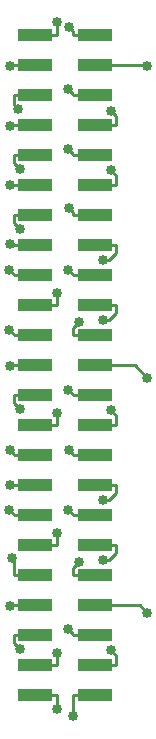
<source format=gtl>
G04 #@! TF.FileFunction,Copper,L1,Top,Signal*
%FSLAX46Y46*%
G04 Gerber Fmt 4.6, Leading zero omitted, Abs format (unit mm)*
G04 Created by KiCad (PCBNEW 4.0.7-e2-6376~58~ubuntu16.04.1) date Sat Jan 13 09:47:37 2018*
%MOMM*%
%LPD*%
G01*
G04 APERTURE LIST*
%ADD10C,0.100000*%
%ADD11R,3.000000X1.000000*%
%ADD12C,0.850000*%
%ADD13C,0.250000*%
G04 APERTURE END LIST*
D10*
D11*
X140930000Y-78105000D03*
X135890000Y-78105000D03*
X140930000Y-80645000D03*
X135890000Y-80645000D03*
X140930000Y-83185000D03*
X135890000Y-83185000D03*
X140930000Y-85725000D03*
X135890000Y-85725000D03*
X140930000Y-88265000D03*
X135890000Y-88265000D03*
X140930000Y-90805000D03*
X135890000Y-90805000D03*
X140930000Y-93345000D03*
X135890000Y-93345000D03*
X140930000Y-95885000D03*
X135890000Y-95885000D03*
X140930000Y-98425000D03*
X135890000Y-98425000D03*
X140930000Y-100965000D03*
X135890000Y-100965000D03*
X140930000Y-103505000D03*
X135890000Y-103505000D03*
X140930000Y-106045000D03*
X135890000Y-106045000D03*
X140930000Y-108585000D03*
X135890000Y-108585000D03*
X140930000Y-111125000D03*
X135890000Y-111125000D03*
X140930000Y-113665000D03*
X135890000Y-113665000D03*
X140930000Y-116205000D03*
X135890000Y-116205000D03*
X140930000Y-118745000D03*
X135890000Y-118745000D03*
X140930000Y-121285000D03*
X135890000Y-121285000D03*
X140930000Y-123825000D03*
X135890000Y-123825000D03*
X140930000Y-126365000D03*
X135890000Y-126365000D03*
X140930000Y-128905000D03*
X135890000Y-128905000D03*
X140930000Y-131445000D03*
X135890000Y-131445000D03*
X140930000Y-133985000D03*
X135890000Y-133985000D03*
D12*
X145402500Y-80682100D03*
X142280700Y-84464400D03*
X142280700Y-89535000D03*
X141622600Y-97155000D03*
X141622600Y-102235000D03*
X145402500Y-107132500D03*
X142280700Y-109855000D03*
X141622600Y-117475000D03*
X141622600Y-122555000D03*
X145402500Y-127000000D03*
X142280700Y-130175000D03*
X138771300Y-77375000D03*
X138710600Y-82675900D03*
X138710600Y-87755900D03*
X138799600Y-92739900D03*
X138710600Y-97925500D03*
X139617500Y-102355300D03*
X138710600Y-108088700D03*
X138771300Y-113170900D03*
X138710600Y-118245500D03*
X139617500Y-122675300D03*
X138710600Y-128395900D03*
X139104700Y-135754300D03*
X137715300Y-76962800D03*
X133758700Y-80684700D03*
X134482600Y-84325100D03*
X133754200Y-85764700D03*
X134580600Y-89416000D03*
X133754300Y-90805000D03*
X134580600Y-94496000D03*
X133761300Y-95798700D03*
X133703900Y-97924900D03*
X137715300Y-99904200D03*
X133722500Y-103000500D03*
X133754100Y-106124400D03*
X134580600Y-109736000D03*
X137715300Y-110043000D03*
X133727100Y-113170900D03*
X133756600Y-116205000D03*
X133661700Y-118240100D03*
X137715300Y-120201200D03*
X133964400Y-122370600D03*
X133754100Y-126444400D03*
X134580600Y-130056000D03*
X137715300Y-130363000D03*
X137715300Y-135124900D03*
D13*
X145365400Y-80645000D02*
X145402500Y-80682100D01*
X140930000Y-80645000D02*
X145365400Y-80645000D01*
X142755300Y-84939000D02*
X142280700Y-84464400D01*
X142755300Y-85725000D02*
X142755300Y-84939000D01*
X140930000Y-85725000D02*
X142755300Y-85725000D01*
X142755300Y-90009600D02*
X142280700Y-89535000D01*
X142755300Y-90805000D02*
X142755300Y-90009600D01*
X140930000Y-90805000D02*
X142755300Y-90805000D01*
X140930000Y-95885000D02*
X142755300Y-95885000D01*
X142156000Y-97155000D02*
X141622600Y-97155000D01*
X142755300Y-96555700D02*
X142156000Y-97155000D01*
X142755300Y-95885000D02*
X142755300Y-96555700D01*
X140930000Y-100965000D02*
X142755300Y-100965000D01*
X142156000Y-102235000D02*
X141622600Y-102235000D01*
X142755300Y-101635700D02*
X142156000Y-102235000D01*
X142755300Y-100965000D02*
X142755300Y-101635700D01*
X144315000Y-106045000D02*
X145402500Y-107132500D01*
X140930000Y-106045000D02*
X144315000Y-106045000D01*
X142755300Y-110329600D02*
X142280700Y-109855000D01*
X142755300Y-111125000D02*
X142755300Y-110329600D01*
X140930000Y-111125000D02*
X142755300Y-111125000D01*
X140930000Y-116205000D02*
X142755300Y-116205000D01*
X142156000Y-117475000D02*
X141622600Y-117475000D01*
X142755300Y-116875700D02*
X142156000Y-117475000D01*
X142755300Y-116205000D02*
X142755300Y-116875700D01*
X140930000Y-121285000D02*
X142755300Y-121285000D01*
X142156000Y-122555000D02*
X141622600Y-122555000D01*
X142755300Y-121955700D02*
X142156000Y-122555000D01*
X142755300Y-121285000D02*
X142755300Y-121955700D01*
X144767500Y-126365000D02*
X145402500Y-127000000D01*
X140930000Y-126365000D02*
X144767500Y-126365000D01*
X142755300Y-130649600D02*
X142280700Y-130175000D01*
X142755300Y-131445000D02*
X142755300Y-130649600D01*
X140930000Y-131445000D02*
X142755300Y-131445000D01*
X140930000Y-78105000D02*
X139104700Y-78105000D01*
X139104700Y-77708400D02*
X138771300Y-77375000D01*
X139104700Y-78105000D02*
X139104700Y-77708400D01*
X140930000Y-83185000D02*
X139104700Y-83185000D01*
X139104700Y-83070000D02*
X138710600Y-82675900D01*
X139104700Y-83185000D02*
X139104700Y-83070000D01*
X140930000Y-88265000D02*
X139104700Y-88265000D01*
X139104700Y-88150000D02*
X138710600Y-87755900D01*
X139104700Y-88265000D02*
X139104700Y-88150000D01*
X139104700Y-93045000D02*
X138799600Y-92739900D01*
X139104700Y-93345000D02*
X139104700Y-93045000D01*
X140930000Y-93345000D02*
X139104700Y-93345000D01*
X140930000Y-98425000D02*
X139104700Y-98425000D01*
X139104700Y-98319600D02*
X138710600Y-97925500D01*
X139104700Y-98425000D02*
X139104700Y-98319600D01*
X140930000Y-103505000D02*
X139104700Y-103505000D01*
X139104700Y-102868100D02*
X139617500Y-102355300D01*
X139104700Y-103505000D02*
X139104700Y-102868100D01*
X140930000Y-108585000D02*
X139104700Y-108585000D01*
X139104700Y-108482800D02*
X138710600Y-108088700D01*
X139104700Y-108585000D02*
X139104700Y-108482800D01*
X139104700Y-113504300D02*
X138771300Y-113170900D01*
X139104700Y-113665000D02*
X139104700Y-113504300D01*
X140930000Y-113665000D02*
X139104700Y-113665000D01*
X140930000Y-118745000D02*
X139104700Y-118745000D01*
X139104700Y-118639600D02*
X138710600Y-118245500D01*
X139104700Y-118745000D02*
X139104700Y-118639600D01*
X140930000Y-123825000D02*
X139104700Y-123825000D01*
X139104700Y-123188100D02*
X139617500Y-122675300D01*
X139104700Y-123825000D02*
X139104700Y-123188100D01*
X140930000Y-128905000D02*
X139104700Y-128905000D01*
X139104700Y-128790000D02*
X138710600Y-128395900D01*
X139104700Y-128905000D02*
X139104700Y-128790000D01*
X140930000Y-133985000D02*
X139104700Y-133985000D01*
X139104700Y-133985000D02*
X139104700Y-135754300D01*
X135890000Y-78105000D02*
X137715300Y-78105000D01*
X137715300Y-78105000D02*
X137715300Y-76962800D01*
X133798400Y-80645000D02*
X133758700Y-80684700D01*
X135890000Y-80645000D02*
X133798400Y-80645000D01*
X135890000Y-83185000D02*
X134064700Y-83185000D01*
X134064700Y-83907200D02*
X134482600Y-84325100D01*
X134064700Y-83185000D02*
X134064700Y-83907200D01*
X133793900Y-85725000D02*
X133754200Y-85764700D01*
X135890000Y-85725000D02*
X133793900Y-85725000D01*
X135890000Y-88265000D02*
X134064700Y-88265000D01*
X134064700Y-88900100D02*
X134580600Y-89416000D01*
X134064700Y-88265000D02*
X134064700Y-88900100D01*
X135890000Y-90805000D02*
X133754300Y-90805000D01*
X135890000Y-93345000D02*
X134064700Y-93345000D01*
X134064700Y-93980100D02*
X134580600Y-94496000D01*
X134064700Y-93345000D02*
X134064700Y-93980100D01*
X133847600Y-95885000D02*
X133761300Y-95798700D01*
X135890000Y-95885000D02*
X133847600Y-95885000D01*
X134064700Y-98285700D02*
X133703900Y-97924900D01*
X134064700Y-98425000D02*
X134064700Y-98285700D01*
X135890000Y-98425000D02*
X134064700Y-98425000D01*
X135890000Y-100965000D02*
X137715300Y-100965000D01*
X137715300Y-100965000D02*
X137715300Y-99904200D01*
X134064700Y-103342700D02*
X133722500Y-103000500D01*
X134064700Y-103505000D02*
X134064700Y-103342700D01*
X135890000Y-103505000D02*
X134064700Y-103505000D01*
X133833500Y-106045000D02*
X133754100Y-106124400D01*
X135890000Y-106045000D02*
X133833500Y-106045000D01*
X135890000Y-108585000D02*
X134064700Y-108585000D01*
X134064700Y-109220100D02*
X134580600Y-109736000D01*
X134064700Y-108585000D02*
X134064700Y-109220100D01*
X135890000Y-111125000D02*
X137715300Y-111125000D01*
X137715300Y-111125000D02*
X137715300Y-110043000D01*
X135890000Y-113665000D02*
X134064700Y-113665000D01*
X134064700Y-113508500D02*
X133727100Y-113170900D01*
X134064700Y-113665000D02*
X134064700Y-113508500D01*
X135890000Y-116205000D02*
X133756600Y-116205000D01*
X134064700Y-118643100D02*
X133661700Y-118240100D01*
X134064700Y-118745000D02*
X134064700Y-118643100D01*
X135890000Y-118745000D02*
X134064700Y-118745000D01*
X135890000Y-121285000D02*
X137715300Y-121285000D01*
X137715300Y-121285000D02*
X137715300Y-120201200D01*
X134064700Y-122470900D02*
X133964400Y-122370600D01*
X134064700Y-123825000D02*
X134064700Y-122470900D01*
X135890000Y-123825000D02*
X134064700Y-123825000D01*
X133833500Y-126365000D02*
X133754100Y-126444400D01*
X135890000Y-126365000D02*
X133833500Y-126365000D01*
X135890000Y-128905000D02*
X134064700Y-128905000D01*
X134064700Y-129540100D02*
X134580600Y-130056000D01*
X134064700Y-128905000D02*
X134064700Y-129540100D01*
X135890000Y-131445000D02*
X137715300Y-131445000D01*
X137715300Y-131445000D02*
X137715300Y-130363000D01*
X135890000Y-133985000D02*
X137715300Y-133985000D01*
X137715300Y-133985000D02*
X137715300Y-135124900D01*
M02*

</source>
